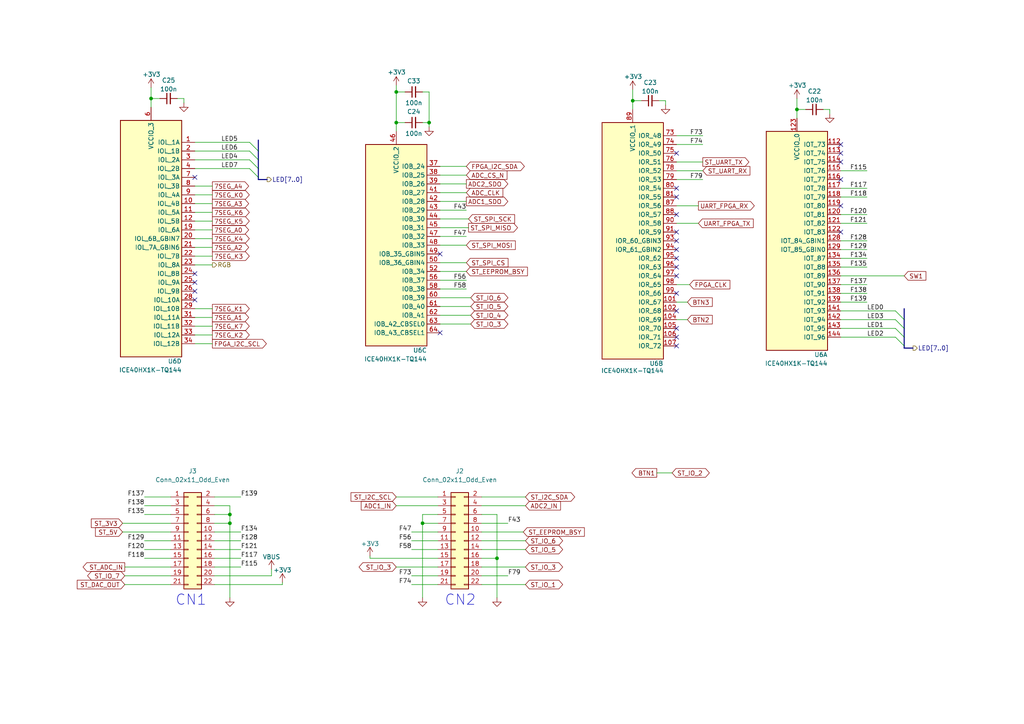
<source format=kicad_sch>
(kicad_sch (version 20230121) (generator eeschema)
  (paper "A4")
  (lib_symbols
    (symbol "+3V3_1" (power) (pin_names (offset 0))
      (property "Value" "+3V3_1" (at 0 3.556 0))
      (symbol "+3V3_1_0_1"
        (polyline (pts (xy -0.762 1.27) (xy 0 2.54)))
        (polyline (pts (xy 0 0) (xy 0 2.54)))
        (polyline (pts (xy 0 2.54) (xy 0.762 1.27)))
      )
      (symbol "+3V3_1_1_1"
        (pin power_in line (at 0 0 90) (length 0) hide (name "+3V3") (number "1"))
      )
    )
    (symbol "Connector_Generic:Conn_02x11_Odd_Even" (pin_names (offset 1.016) hide)
      (property "Reference" "J" (at 1.27 15.24 0))
      (property "Value" "Conn_02x11_Odd_Even" (at 1.27 -15.24 0))
      (symbol "Conn_02x11_Odd_Even_1_1"
        (rectangle (start -1.27 -12.573) (end 0 -12.827) (stroke (width 0.1524)))
        (rectangle (start -1.27 -10.033) (end 0 -10.287) (stroke (width 0.1524)))
        (rectangle (start -1.27 -7.493) (end 0 -7.747) (stroke (width 0.1524)))
        (rectangle (start -1.27 -4.953) (end 0 -5.207) (stroke (width 0.1524)))
        (rectangle (start -1.27 -2.413) (end 0 -2.667) (stroke (width 0.1524)))
        (rectangle (start -1.27 0.127) (end 0 -0.127) (stroke (width 0.1524)))
        (rectangle (start -1.27 2.667) (end 0 2.413) (stroke (width 0.1524)))
        (rectangle (start -1.27 5.207) (end 0 4.953) (stroke (width 0.1524)))
        (rectangle (start -1.27 7.747) (end 0 7.493) (stroke (width 0.1524)))
        (rectangle (start -1.27 10.287) (end 0 10.033) (stroke (width 0.1524)))
        (rectangle (start -1.27 12.827) (end 0 12.573) (stroke (width 0.1524)))
        (rectangle (start -1.27 13.97) (end 3.81 -13.97) (stroke (width 0.254)) (fill (type background)))
        (rectangle (start 3.81 -12.573) (end 2.54 -12.827) (stroke (width 0.1524)))
        (rectangle (start 3.81 -10.033) (end 2.54 -10.287) (stroke (width 0.1524)))
        (rectangle (start 3.81 -7.493) (end 2.54 -7.747) (stroke (width 0.1524)))
        (rectangle (start 3.81 -4.953) (end 2.54 -5.207) (stroke (width 0.1524)))
        (rectangle (start 3.81 -2.413) (end 2.54 -2.667) (stroke (width 0.1524)))
        (rectangle (start 3.81 0.127) (end 2.54 -0.127) (stroke (width 0.1524)))
        (rectangle (start 3.81 2.667) (end 2.54 2.413) (stroke (width 0.1524)))
        (rectangle (start 3.81 5.207) (end 2.54 4.953) (stroke (width 0.1524)))
        (rectangle (start 3.81 7.747) (end 2.54 7.493) (stroke (width 0.1524)))
        (rectangle (start 3.81 10.287) (end 2.54 10.033) (stroke (width 0.1524)))
        (rectangle (start 3.81 12.827) (end 2.54 12.573) (stroke (width 0.1524)))
        (pin passive line (at -5.08 12.7 0) (length 3.81) (name "Pin_1") (number "1"))
        (pin passive line (at 7.62 2.54 180) (length 3.81) (name "Pin_10") (number "10"))
        (pin passive line (at -5.08 0 0) (length 3.81) (name "Pin_11") (number "11"))
        (pin passive line (at 7.62 0 180) (length 3.81) (name "Pin_12") (number "12"))
        (pin passive line (at -5.08 -2.54 0) (length 3.81) (name "Pin_13") (number "13"))
        (pin passive line (at 7.62 -2.54 180) (length 3.81) (name "Pin_14") (number "14"))
        (pin passive line (at -5.08 -5.08 0) (length 3.81) (name "Pin_15") (number "15"))
        (pin passive line (at 7.62 -5.08 180) (length 3.81) (name "Pin_16") (number "16"))
        (pin passive line (at -5.08 -7.62 0) (length 3.81) (name "Pin_17") (number "17"))
        (pin passive line (at 7.62 -7.62 180) (length 3.81) (name "Pin_18") (number "18"))
        (pin passive line (at -5.08 -10.16 0) (length 3.81) (name "Pin_19") (number "19"))
        (pin passive line (at 7.62 12.7 180) (length 3.81) (name "Pin_2") (number "2"))
        (pin passive line (at 7.62 -10.16 180) (length 3.81) (name "Pin_20") (number "20"))
        (pin passive line (at -5.08 -12.7 0) (length 3.81) (name "Pin_21") (number "21"))
        (pin passive line (at 7.62 -12.7 180) (length 3.81) (name "Pin_22") (number "22"))
        (pin passive line (at -5.08 10.16 0) (length 3.81) (name "Pin_3") (number "3"))
        (pin passive line (at 7.62 10.16 180) (length 3.81) (name "Pin_4") (number "4"))
        (pin passive line (at -5.08 7.62 0) (length 3.81) (name "Pin_5") (number "5"))
        (pin passive line (at 7.62 7.62 180) (length 3.81) (name "Pin_6") (number "6"))
        (pin passive line (at -5.08 5.08 0) (length 3.81) (name "Pin_7") (number "7"))
        (pin passive line (at 7.62 5.08 180) (length 3.81) (name "Pin_8") (number "8"))
        (pin passive line (at -5.08 2.54 0) (length 3.81) (name "Pin_9") (number "9"))
      )
    )
    (symbol "Device:C_Small" (pin_numbers hide) (pin_names (offset 0.254) hide)
      (property "Reference" "C" (at 0.254 1.778 0))
      (property "Value" "C_Small" (at 0.254 -2.032 0))
      (symbol "C_Small_0_1"
        (polyline (pts (xy -1.524 -0.508) (xy 1.524 -0.508)) (stroke (width 0.3302)))
        (polyline (pts (xy -1.524 0.508) (xy 1.524 0.508)) (stroke (width 0.3048)))
      )
      (symbol "C_Small_1_1"
        (pin passive line (at 0 2.54 270) (length 2.032) (name "~") (number "1"))
        (pin passive line (at 0 -2.54 90) (length 2.032) (name "~") (number "2"))
      )
    )
    (symbol "gueg_lib:ICE40HX1K-TQ144"
      (property "Reference" "U?" (at 21.2521 3.4584 0))
      (property "Value" "ICE40HX1K-TQ144" (at 21.2521 0.9215 0))
      (symbol "ICE40HX1K-TQ144_1_1"
        (rectangle (start -8.89 31.75) (end 8.89 -31.75) (stroke (width 0.254)) (fill (type background)))
        (pin bidirectional line (at -12.7 27.94 0) (length 3.81) (name "IOT_73") (number "112"))
        (pin bidirectional line (at -12.7 25.4 0) (length 3.81) (name "IOT_74") (number "113"))
        (pin bidirectional line (at -12.7 22.86 0) (length 3.81) (name "IOT_75") (number "114"))
        (pin bidirectional line (at -12.7 20.32 0) (length 3.81) (name "IOT_76") (number "115"))
        (pin bidirectional line (at -12.7 17.78 0) (length 3.81) (name "IOT_77") (number "116"))
        (pin bidirectional line (at -12.7 15.24 0) (length 3.81) (name "IOT_78") (number "117"))
        (pin bidirectional line (at -12.7 12.7 0) (length 3.81) (name "IOT_79") (number "118"))
        (pin bidirectional line (at -12.7 10.16 0) (length 3.81) (name "IOT_80") (number "119"))
        (pin bidirectional line (at -12.7 7.62 0) (length 3.81) (name "IOT_81") (number "120"))
        (pin bidirectional line (at -12.7 5.08 0) (length 3.81) (name "IOT_82") (number "121"))
        (pin bidirectional line (at -12.7 2.54 0) (length 3.81) (name "IOT_83") (number "122"))
        (pin power_in line (at 0 35.56 270) (length 3.81) (name "VCCIO_0") (number "123"))
        (pin bidirectional line (at -12.7 0 0) (length 3.81) (name "IOT_84_GBIN1") (number "128"))
        (pin bidirectional line (at -12.7 -2.54 0) (length 3.81) (name "IOT_85_GBIN0") (number "129"))
        (pin passive line (at 0 35.56 270) (length 3.81) hide (name "VCCIO_0") (number "133"))
        (pin bidirectional line (at -12.7 -5.08 0) (length 3.81) (name "IOT_87") (number "134"))
        (pin bidirectional line (at -12.7 -7.62 0) (length 3.81) (name "IOT_88") (number "135"))
        (pin bidirectional line (at -12.7 -10.16 0) (length 3.81) (name "IOT_89") (number "136"))
        (pin bidirectional line (at -12.7 -12.7 0) (length 3.81) (name "IOT_90") (number "137"))
        (pin bidirectional line (at -12.7 -15.24 0) (length 3.81) (name "IOT_91") (number "138"))
        (pin bidirectional line (at -12.7 -17.78 0) (length 3.81) (name "IOT_92") (number "139"))
        (pin bidirectional line (at -12.7 -20.32 0) (length 3.81) (name "IOT_93") (number "141"))
        (pin bidirectional line (at -12.7 -22.86 0) (length 3.81) (name "IOT_94") (number "142"))
        (pin bidirectional line (at -12.7 -25.4 0) (length 3.81) (name "IOT_95") (number "143"))
        (pin bidirectional line (at -12.7 -27.94 0) (length 3.81) (name "IOT_96") (number "144"))
        (pin no_connect line (at 7.62 10.16 180) (length 3.81) hide (name "NC") (number "15"))
        (pin no_connect line (at 7.62 7.62 180) (length 3.81) hide (name "NC") (number "16"))
        (pin no_connect line (at 7.62 5.08 180) (length 3.81) hide (name "NC") (number "17"))
        (pin no_connect line (at 7.62 -7.62 180) (length 3.81) hide (name "NC") (number "18"))
        (pin no_connect line (at 7.62 -10.16 180) (length 3.81) hide (name "NC") (number "77"))
      )
      (symbol "ICE40HX1K-TQ144_2_1"
        (rectangle (start -8.89 34.29) (end 8.89 -34.29) (stroke (width 0.254)) (fill (type background)))
        (pin passive line (at 0 38.1 270) (length 3.81) hide (name "VCCIO_1") (number "100"))
        (pin bidirectional line (at -12.7 -17.78 0) (length 3.81) (name "IOR_67") (number "101"))
        (pin bidirectional line (at -12.7 -20.32 0) (length 3.81) (name "IOR_68") (number "102"))
        (pin bidirectional line (at -12.7 -22.86 0) (length 3.81) (name "IOR_69") (number "104"))
        (pin bidirectional line (at -12.7 -25.4 0) (length 3.81) (name "IOR_70") (number "105"))
        (pin bidirectional line (at -12.7 -27.94 0) (length 3.81) (name "IOR_71") (number "106"))
        (pin bidirectional line (at -12.7 -30.48 0) (length 3.81) (name "IOR_72") (number "107"))
        (pin no_connect line (at 7.62 10.16 180) (length 3.81) hide (name "NC") (number "40"))
        (pin no_connect line (at 7.62 7.62 180) (length 3.81) hide (name "NC") (number "53"))
        (pin no_connect line (at 7.62 5.08 180) (length 3.81) hide (name "NC") (number "54"))
        (pin no_connect line (at 7.62 -7.62 180) (length 3.81) hide (name "NC") (number "55"))
        (pin bidirectional line (at -12.7 30.48 0) (length 3.81) (name "IOR_48") (number "73"))
        (pin bidirectional line (at -12.7 27.94 0) (length 3.81) (name "IOR_49") (number "74"))
        (pin bidirectional line (at -12.7 25.4 0) (length 3.81) (name "IOR_50") (number "75"))
        (pin bidirectional line (at -12.7 22.86 0) (length 3.81) (name "IOR_51") (number "76"))
        (pin bidirectional line (at -12.7 20.32 0) (length 3.81) (name "IOR_52") (number "78"))
        (pin bidirectional line (at -12.7 17.78 0) (length 3.81) (name "IOR_53") (number "79"))
        (pin bidirectional line (at -12.7 15.24 0) (length 3.81) (name "IOR_54") (number "80"))
        (pin bidirectional line (at -12.7 12.7 0) (length 3.81) (name "IOR_55") (number "81"))
        (pin no_connect line (at 7.62 -10.16 180) (length 3.81) hide (name "NC") (number "82"))
        (pin bidirectional line (at -12.7 10.16 0) (length 3.81) (name "IOR_56") (number "87"))
        (pin bidirectional line (at -12.7 7.62 0) (length 3.81) (name "IOR_57") (number "88"))
        (pin power_in line (at 0 38.1 270) (length 3.81) (name "VCCIO_1") (number "89"))
        (pin bidirectional line (at -12.7 5.08 0) (length 3.81) (name "IOR_58") (number "90"))
        (pin bidirectional line (at -12.7 2.54 0) (length 3.81) (name "IOR_59") (number "91"))
        (pin bidirectional line (at -12.7 0 0) (length 3.81) (name "IOR_60_GBIN3") (number "93"))
        (pin bidirectional line (at -12.7 -2.54 0) (length 3.81) (name "IOR_61_GBIN2") (number "94"))
        (pin bidirectional line (at -12.7 -5.08 0) (length 3.81) (name "IOR_62") (number "95"))
        (pin bidirectional line (at -12.7 -7.62 0) (length 3.81) (name "IOR_63") (number "96"))
        (pin bidirectional line (at -12.7 -10.16 0) (length 3.81) (name "IOR_64") (number "97"))
        (pin bidirectional line (at -12.7 -12.7 0) (length 3.81) (name "IOR_65") (number "98"))
        (pin bidirectional line (at -12.7 -15.24 0) (length 3.81) (name "IOR_66") (number "99"))
      )
      (symbol "ICE40HX1K-TQ144_3_1"
        (rectangle (start -8.89 29.21) (end 8.89 -29.21) (stroke (width 0.254)) (fill (type background)))
        (pin no_connect line (at 7.62 -10.16 180) (length 3.81) hide (name "NC") (number "110"))
        (pin no_connect line (at 7.62 -17.78 180) (length 3.81) hide (name "NC") (number "124"))
        (pin bidirectional line (at -12.7 22.86 0) (length 3.81) (name "IOB_24") (number "37"))
        (pin bidirectional line (at -12.7 20.32 0) (length 3.81) (name "IOB_25") (number "38"))
        (pin bidirectional line (at -12.7 17.78 0) (length 3.81) (name "IOB_26") (number "39"))
        (pin bidirectional line (at -12.7 15.24 0) (length 3.81) (name "IOB_27") (number "41"))
        (pin bidirectional line (at -12.7 12.7 0) (length 3.81) (name "IOB_28") (number "42"))
        (pin bidirectional line (at -12.7 10.16 0) (length 3.81) (name "IOB_29") (number "43"))
        (pin bidirectional line (at -12.7 7.62 0) (length 3.81) (name "IOB_30") (number "44"))
        (pin bidirectional line (at -12.7 5.08 0) (length 3.81) (name "IOB_31") (number "45"))
        (pin power_in line (at 0 33.02 270) (length 3.81) (name "VCCIO_2") (number "46"))
        (pin bidirectional line (at -12.7 2.54 0) (length 3.81) (name "IOB_32") (number "47"))
        (pin bidirectional line (at -12.7 0 0) (length 3.81) (name "IOB_33") (number "48"))
        (pin bidirectional line (at -12.7 -2.54 0) (length 3.81) (name "IOB_35_GBIN5") (number "49"))
        (pin bidirectional line (at -12.7 -5.08 0) (length 3.81) (name "IOB_36_GBIN4") (number "50"))
        (pin bidirectional line (at -12.7 -7.62 0) (length 3.81) (name "IOB_34") (number "52"))
        (pin bidirectional line (at -12.7 -10.16 0) (length 3.81) (name "IOB_37") (number "56"))
        (pin passive line (at 0 33.02 270) (length 3.81) hide (name "VCCIO_2") (number "57"))
        (pin bidirectional line (at -12.7 -12.7 0) (length 3.81) (name "IOB_38") (number "58"))
        (pin bidirectional line (at -12.7 -15.24 0) (length 3.81) (name "IOB_39") (number "60"))
        (pin bidirectional line (at -12.7 -17.78 0) (length 3.81) (name "IOB_40") (number "61"))
        (pin bidirectional line (at -12.7 -20.32 0) (length 3.81) (name "IOB_41") (number "62"))
        (pin bidirectional line (at -12.7 -22.86 0) (length 3.81) (name "IOB_42_CBSEL0") (number "63"))
        (pin bidirectional line (at -12.7 -25.4 0) (length 3.81) (name "IOB_43_CBSEL1") (number "64"))
        (pin no_connect line (at 7.62 10.16 180) (length 3.81) hide (name "NC") (number "83"))
        (pin no_connect line (at 7.62 7.62 180) (length 3.81) hide (name "NC") (number "84"))
        (pin no_connect line (at 7.62 -12.7 180) (length 3.81) hide (name "NC") (number "85"))
      )
      (symbol "ICE40HX1K-TQ144_4_1"
        (rectangle (start -8.89 34.29) (end 8.89 -34.29) (stroke (width 0.254)) (fill (type background)))
        (pin bidirectional line (at -12.7 27.94 0) (length 3.81) (name "IOL_1A") (number "1"))
        (pin bidirectional line (at -12.7 10.16 0) (length 3.81) (name "IOL_4B") (number "10"))
        (pin bidirectional line (at -12.7 7.62 0) (length 3.81) (name "IOL_5A") (number "11"))
        (pin bidirectional line (at -12.7 5.08 0) (length 3.81) (name "IOL_5B") (number "12"))
        (pin no_connect line (at 7.62 10.16 180) (length 3.81) hide (name "NC") (number "125"))
        (pin no_connect line (at 7.62 7.62 180) (length 3.81) hide (name "NC") (number "126"))
        (pin no_connect line (at 7.62 5.08 180) (length 3.81) hide (name "NC") (number "127"))
        (pin no_connect line (at 7.62 -7.62 180) (length 3.81) hide (name "NC") (number "130"))
        (pin no_connect line (at 7.62 -10.16 180) (length 3.81) hide (name "NC") (number "131"))
        (pin bidirectional line (at -12.7 2.54 0) (length 3.81) (name "IOL_6A") (number "19"))
        (pin bidirectional line (at -12.7 25.4 0) (length 3.81) (name "IOL_1B") (number "2"))
        (pin bidirectional line (at -12.7 0 0) (length 3.81) (name "IOL_6B_GBIN7") (number "20"))
        (pin bidirectional line (at -12.7 -2.54 0) (length 3.81) (name "IOL_7A_GBIN6") (number "21"))
        (pin bidirectional line (at -12.7 -5.08 0) (length 3.81) (name "IOL_7B") (number "22"))
        (pin bidirectional line (at -12.7 -7.62 0) (length 3.81) (name "IOL_8A") (number "23"))
        (pin bidirectional line (at -12.7 -10.16 0) (length 3.81) (name "IOL_8B") (number "24"))
        (pin bidirectional line (at -12.7 -12.7 0) (length 3.81) (name "IOL_9A") (number "25"))
        (pin bidirectional line (at -12.7 -15.24 0) (length 3.81) (name "IOL_9B") (number "26"))
        (pin bidirectional line (at -12.7 -17.78 0) (length 3.81) (name "IOL_10A") (number "28"))
        (pin bidirectional line (at -12.7 -20.32 0) (length 3.81) (name "IOL_10B") (number "29"))
        (pin bidirectional line (at -12.7 22.86 0) (length 3.81) (name "IOL_2A") (number "3"))
        (pin passive line (at 0 38.1 270) (length 3.81) hide (name "VCCIO_3") (number "30"))
        (pin bidirectional line (at -12.7 -22.86 0) (length 3.81) (name "IOL_11A") (number "31"))
        (pin bidirectional line (at -12.7 -25.4 0) (length 3.81) (name "IOL_11B") (number "32"))
        (pin bidirectional line (at -12.7 -27.94 0) (length 3.81) (name "IOL_12A") (number "33"))
        (pin bidirectional line (at -12.7 -30.48 0) (length 3.81) (name "IOL_12B") (number "34"))
        (pin bidirectional line (at -12.7 20.32 0) (length 3.81) (name "IOL_2B") (number "4"))
        (pin power_in line (at 0 38.1 270) (length 3.81) (name "VCCIO_3") (number "6"))
        (pin bidirectional line (at -12.7 17.78 0) (length 3.81) (name "IOL_3A") (number "7"))
        (pin bidirectional line (at -12.7 15.24 0) (length 3.81) (name "IOL_3B") (number "8"))
        (pin bidirectional line (at -12.7 12.7 0) (length 3.81) (name "IOL_4A") (number "9"))
      )
      (symbol "ICE40HX1K-TQ144_5_1"
        (rectangle (start -11.43 13.97) (end 11.43 -6.35) (stroke (width 0.254)) (fill (type background)))
        (pin passive line (at -3.81 -10.16 90) (length 3.81) hide (name "GND") (number "103"))
        (pin power_in line (at 2.54 17.78 270) (length 3.81) (name "VPP_2V5") (number "108"))
        (pin power_in line (at -2.54 17.78 270) (length 3.81) (name "VPP_FAST") (number "109"))
        (pin passive line (at 0 17.78 270) (length 3.81) hide (name "VCC") (number "111"))
        (pin passive line (at -3.81 -10.16 90) (length 3.81) hide (name "GND") (number "13"))
        (pin passive line (at -3.81 -10.16 90) (length 3.81) hide (name "GND") (number "132"))
        (pin passive line (at -3.81 -10.16 90) (length 3.81) hide (name "GND") (number "14"))
        (pin passive line (at -3.81 -10.16 90) (length 3.81) hide (name "GND") (number "140"))
        (pin power_in line (at 0 17.78 270) (length 3.81) (name "VCC") (number "27"))
        (pin power_in line (at 3.81 -10.16 90) (length 3.81) (name "GNDPLL") (number "35"))
        (pin power_in line (at 7.62 17.78 270) (length 3.81) (name "VCCPLL") (number "36"))
        (pin power_in line (at -3.81 -10.16 90) (length 3.81) (name "GND") (number "5"))
        (pin passive line (at 0 17.78 270) (length 3.81) hide (name "VCC") (number "51"))
        (pin passive line (at -3.81 -10.16 90) (length 3.81) hide (name "GND") (number "59"))
        (pin passive line (at -3.81 -10.16 90) (length 3.81) hide (name "GND") (number "69"))
        (pin power_in line (at -7.62 17.78 270) (length 3.81) (name "VCC_SPI") (number "72"))
        (pin passive line (at -3.81 -10.16 90) (length 3.81) hide (name "GND") (number "86"))
        (pin passive line (at 0 17.78 270) (length 3.81) hide (name "VCC") (number "92"))
      )
      (symbol "ICE40HX1K-TQ144_6_1"
        (rectangle (start -11.43 10.16) (end 11.43 -10.16) (stroke (width 0.254)) (fill (type background)))
        (pin open_collector line (at 15.24 3.81 180) (length 3.81) (name "CDONE") (number "65"))
        (pin input line (at -15.24 -6.35 0) (length 3.81) (name "~{CRESET_B}") (number "66"))
        (pin bidirectional line (at -15.24 6.35 0) (length 3.81) (name "IOB_44_SDO") (number "67"))
        (pin bidirectional line (at -15.24 3.81 0) (length 3.81) (name "IOB_45_SDI") (number "68"))
        (pin bidirectional line (at -15.24 1.27 0) (length 3.81) (name "IOB_46_SCK") (number "70"))
        (pin bidirectional line (at -15.24 -1.27 0) (length 3.81) (name "IOB_47_SS") (number "71"))
      )
    )
    (symbol "power:+3V3" (power) (pin_names (offset 0))
      (property "Value" "+3V3" (at 0 3.556 0))
      (symbol "+3V3_0_1"
        (polyline (pts (xy -0.762 1.27) (xy 0 2.54)))
        (polyline (pts (xy 0 0) (xy 0 2.54)))
        (polyline (pts (xy 0 2.54) (xy 0.762 1.27)))
      )
      (symbol "+3V3_1_1"
        (pin power_in line (at 0 0 90) (length 0) hide (name "+3V3") (number "1"))
      )
    )
    (symbol "power:GND" (power) (pin_names (offset 0))
      (property "Value" "GND" (at 0 -3.81 0))
      (symbol "GND_0_1"
        (polyline (pts (xy 0 0) (xy 0 -1.27) (xy 1.27 -1.27) (xy 0 -2.54) (xy -1.27 -1.27) (xy 0 -1.27)))
      )
      (symbol "GND_1_1"
        (pin power_in line (at 0 0 270) (length 0) hide (name "GND") (number "1"))
      )
    )
    (symbol "power:VBUS" (power) (pin_names (offset 0))
      (property "Value" "VBUS" (at 0 3.81 0))
      (symbol "VBUS_0_1"
        (polyline (pts (xy -0.762 1.27) (xy 0 2.54)))
        (polyline (pts (xy 0 0) (xy 0 2.54)))
        (polyline (pts (xy 0 2.54) (xy 0.762 1.27)))
      )
      (symbol "VBUS_1_1"
        (pin power_in line (at 0 0 90) (length 0) hide (name "VBUS") (number "1"))
      )
    )
  )
  (junction (at 66.675 151.765))
  (junction (at 124.46 35.56))
  (junction (at 114.935 35.56))
  (junction (at 66.675 149.225))
  (junction (at 231.14 31.75))
  (junction (at 122.555 151.765))
  (junction (at 43.815 28.575))
  (junction (at 144.145 161.925))
  (junction (at 183.515 29.21))
  (junction (at 114.935 26.67))
  (no_connect (at 196.215 67.31))
  (no_connect (at 196.215 100.33))
  (no_connect (at 243.84 41.91))
  (no_connect (at 127.635 96.52))
  (no_connect (at 196.215 85.09))
  (no_connect (at 56.515 84.455))
  (no_connect (at 243.84 67.31))
  (no_connect (at 196.215 54.61))
  (no_connect (at 243.84 59.69))
  (no_connect (at 56.515 79.375))
  (no_connect (at 243.84 44.45))
  (no_connect (at 196.215 62.23))
  (no_connect (at 196.215 77.47))
  (no_connect (at 56.515 51.435))
  (no_connect (at 243.84 52.07))
  (no_connect (at 196.215 57.15))
  (no_connect (at 196.215 44.45))
  (no_connect (at 196.215 74.93))
  (no_connect (at 196.215 90.17))
  (no_connect (at 196.215 69.85))
  (no_connect (at 196.215 80.01))
  (no_connect (at 243.84 46.99))
  (no_connect (at 196.215 97.79))
  (no_connect (at 56.515 86.995))
  (no_connect (at 196.215 72.39))
  (no_connect (at 196.215 95.25))
  (no_connect (at 127.635 73.66))
  (no_connect (at 56.515 81.915))
  (bus_entry (at 72.39 46.355) (size 2.54 2.54))
  (bus_entry (at 72.39 41.275) (size 2.54 2.54))
  (bus_entry (at 72.39 48.895) (size 2.54 2.54))
  (bus_entry (at 259.715 95.25) (size 2.54 2.54))
  (bus_entry (at 72.39 43.815) (size 2.54 2.54))
  (bus_entry (at 259.715 90.17) (size 2.54 2.54))
  (bus_entry (at 259.715 92.71) (size 2.54 2.54))
  (bus_entry (at 259.715 97.79) (size 2.54 2.54))
  (wire (pts (xy 203.835 52.07) (xy 196.215 52.07)))
  (wire (pts (xy 114.935 35.56) (xy 117.475 35.56)))
  (wire (pts (xy 107.315 161.29) (xy 107.315 161.925)))
  (wire (pts (xy 127.635 71.12) (xy 135.255 71.12)))
  (wire (pts (xy 183.515 29.21) (xy 183.515 31.75)))
  (wire (pts (xy 203.835 41.91) (xy 196.215 41.91)))
  (wire (pts (xy 147.32 167.005) (xy 139.7 167.005)))
  (wire (pts (xy 41.91 149.225) (xy 49.53 149.225)))
  (bus (pts (xy 262.255 100.33) (xy 262.255 100.965)))
  (wire (pts (xy 56.515 76.835) (xy 61.595 76.835)))
  (wire (pts (xy 127.635 68.58) (xy 135.255 68.58)))
  (wire (pts (xy 183.515 26.035) (xy 183.515 29.21)))
  (wire (pts (xy 124.46 36.83) (xy 124.46 35.56)))
  (wire (pts (xy 122.555 151.765) (xy 122.555 173.355)))
  (wire (pts (xy 35.56 151.765) (xy 49.53 151.765)))
  (wire (pts (xy 243.84 95.25) (xy 259.715 95.25)))
  (wire (pts (xy 243.84 49.53) (xy 251.46 49.53)))
  (wire (pts (xy 240.665 33.02) (xy 240.665 31.75)))
  (wire (pts (xy 66.675 146.685) (xy 66.675 149.225)))
  (bus (pts (xy 77.47 52.07) (xy 74.93 52.07)))
  (bus (pts (xy 74.93 51.435) (xy 74.93 52.07)))
  (wire (pts (xy 231.14 28.575) (xy 231.14 31.75)))
  (wire (pts (xy 56.515 43.815) (xy 72.39 43.815)))
  (wire (pts (xy 114.935 35.56) (xy 114.935 38.1)))
  (wire (pts (xy 62.23 151.765) (xy 66.675 151.765)))
  (bus (pts (xy 264.795 100.965) (xy 262.255 100.965)))
  (bus (pts (xy 74.93 43.815) (xy 74.93 46.355)))
  (wire (pts (xy 122.555 26.67) (xy 124.46 26.67)))
  (wire (pts (xy 62.23 169.545) (xy 81.915 169.545)))
  (wire (pts (xy 119.38 169.545) (xy 127 169.545)))
  (wire (pts (xy 152.4 156.845) (xy 139.7 156.845)))
  (wire (pts (xy 41.91 144.145) (xy 49.53 144.145)))
  (wire (pts (xy 144.145 149.225) (xy 139.7 149.225)))
  (wire (pts (xy 127.635 58.42) (xy 135.255 58.42)))
  (wire (pts (xy 124.46 26.67) (xy 124.46 35.56)))
  (wire (pts (xy 56.515 64.135) (xy 61.595 64.135)))
  (wire (pts (xy 243.84 77.47) (xy 251.46 77.47)))
  (wire (pts (xy 124.46 35.56) (xy 122.555 35.56)))
  (wire (pts (xy 53.34 29.845) (xy 53.34 28.575)))
  (wire (pts (xy 56.515 66.675) (xy 61.595 66.675)))
  (wire (pts (xy 139.7 154.305) (xy 151.765 154.305)))
  (wire (pts (xy 152.4 169.545) (xy 139.7 169.545)))
  (wire (pts (xy 136.525 86.36) (xy 127.635 86.36)))
  (wire (pts (xy 56.515 94.615) (xy 61.595 94.615)))
  (wire (pts (xy 196.215 87.63) (xy 199.39 87.63)))
  (wire (pts (xy 127.635 66.04) (xy 135.89 66.04)))
  (wire (pts (xy 69.85 164.465) (xy 62.23 164.465)))
  (bus (pts (xy 262.255 95.25) (xy 262.255 97.79)))
  (wire (pts (xy 127.635 63.5) (xy 135.89 63.5)))
  (wire (pts (xy 56.515 92.075) (xy 61.595 92.075)))
  (wire (pts (xy 56.515 59.055) (xy 61.595 59.055)))
  (wire (pts (xy 193.04 29.21) (xy 191.135 29.21)))
  (wire (pts (xy 43.815 28.575) (xy 43.815 31.115)))
  (bus (pts (xy 74.93 48.895) (xy 74.93 51.435)))
  (wire (pts (xy 119.38 159.385) (xy 127 159.385)))
  (wire (pts (xy 36.195 169.545) (xy 49.53 169.545)))
  (wire (pts (xy 56.515 74.295) (xy 61.595 74.295)))
  (wire (pts (xy 243.84 69.85) (xy 251.46 69.85)))
  (wire (pts (xy 193.04 30.48) (xy 193.04 29.21)))
  (wire (pts (xy 69.85 156.845) (xy 62.23 156.845)))
  (wire (pts (xy 119.38 154.305) (xy 127 154.305)))
  (wire (pts (xy 196.215 46.99) (xy 203.835 46.99)))
  (wire (pts (xy 69.85 161.925) (xy 62.23 161.925)))
  (wire (pts (xy 56.515 89.535) (xy 61.595 89.535)))
  (wire (pts (xy 127.635 78.74) (xy 135.255 78.74)))
  (wire (pts (xy 56.515 97.155) (xy 61.595 97.155)))
  (wire (pts (xy 122.555 151.765) (xy 127 151.765)))
  (wire (pts (xy 69.85 159.385) (xy 62.23 159.385)))
  (wire (pts (xy 190.5 137.16) (xy 194.945 137.16)))
  (bus (pts (xy 74.93 46.355) (xy 74.93 48.895)))
  (wire (pts (xy 41.91 146.685) (xy 49.53 146.685)))
  (wire (pts (xy 240.665 31.75) (xy 238.76 31.75)))
  (wire (pts (xy 69.85 144.145) (xy 62.23 144.145)))
  (wire (pts (xy 69.85 154.305) (xy 62.23 154.305)))
  (wire (pts (xy 122.555 149.225) (xy 127 149.225)))
  (wire (pts (xy 127.635 76.2) (xy 135.255 76.2)))
  (wire (pts (xy 62.23 167.005) (xy 78.74 167.005)))
  (wire (pts (xy 127.635 48.26) (xy 135.255 48.26)))
  (wire (pts (xy 56.515 48.895) (xy 72.39 48.895)))
  (wire (pts (xy 114.935 26.67) (xy 117.475 26.67)))
  (wire (pts (xy 114.935 26.67) (xy 114.935 35.56)))
  (wire (pts (xy 147.32 151.765) (xy 139.7 151.765)))
  (wire (pts (xy 127.635 55.88) (xy 135.255 55.88)))
  (wire (pts (xy 135.255 60.96) (xy 127.635 60.96)))
  (bus (pts (xy 74.93 40.64) (xy 74.93 43.815)))
  (wire (pts (xy 66.675 151.765) (xy 66.675 173.355)))
  (wire (pts (xy 43.815 28.575) (xy 46.355 28.575)))
  (bus (pts (xy 262.255 92.71) (xy 262.255 95.25)))
  (wire (pts (xy 136.525 93.98) (xy 127.635 93.98)))
  (wire (pts (xy 36.195 167.005) (xy 49.53 167.005)))
  (wire (pts (xy 196.215 49.53) (xy 203.835 49.53)))
  (wire (pts (xy 56.515 46.355) (xy 72.39 46.355)))
  (wire (pts (xy 203.835 39.37) (xy 196.215 39.37)))
  (wire (pts (xy 56.515 69.215) (xy 61.595 69.215)))
  (wire (pts (xy 56.515 41.275) (xy 72.39 41.275)))
  (wire (pts (xy 41.91 161.925) (xy 49.53 161.925)))
  (wire (pts (xy 35.56 154.305) (xy 49.53 154.305)))
  (wire (pts (xy 114.935 24.765) (xy 114.935 26.67)))
  (wire (pts (xy 114.935 164.465) (xy 127 164.465)))
  (wire (pts (xy 152.4 159.385) (xy 139.7 159.385)))
  (wire (pts (xy 139.7 161.925) (xy 144.145 161.925)))
  (wire (pts (xy 119.38 167.005) (xy 127 167.005)))
  (wire (pts (xy 231.14 31.75) (xy 231.14 34.29)))
  (wire (pts (xy 119.38 156.845) (xy 127 156.845)))
  (wire (pts (xy 127.635 50.8) (xy 135.255 50.8)))
  (wire (pts (xy 36.195 164.465) (xy 49.53 164.465)))
  (wire (pts (xy 231.14 31.75) (xy 233.68 31.75)))
  (wire (pts (xy 122.555 151.765) (xy 122.555 149.225)))
  (wire (pts (xy 62.23 146.685) (xy 66.675 146.685)))
  (wire (pts (xy 183.515 29.21) (xy 186.055 29.21)))
  (wire (pts (xy 243.84 57.15) (xy 251.46 57.15)))
  (wire (pts (xy 81.915 169.545) (xy 81.915 168.91)))
  (wire (pts (xy 56.515 61.595) (xy 61.595 61.595)))
  (wire (pts (xy 144.145 173.355) (xy 144.145 161.925)))
  (wire (pts (xy 56.515 53.975) (xy 61.595 53.975)))
  (wire (pts (xy 243.84 97.79) (xy 259.715 97.79)))
  (wire (pts (xy 243.84 87.63) (xy 251.46 87.63)))
  (wire (pts (xy 135.255 83.82) (xy 127.635 83.82)))
  (bus (pts (xy 262.255 97.79) (xy 262.255 100.33)))
  (wire (pts (xy 135.255 81.28) (xy 127.635 81.28)))
  (wire (pts (xy 243.84 62.23) (xy 251.46 62.23)))
  (wire (pts (xy 62.23 149.225) (xy 66.675 149.225)))
  (wire (pts (xy 196.215 92.71) (xy 199.39 92.71)))
  (wire (pts (xy 144.145 161.925) (xy 144.145 149.225)))
  (wire (pts (xy 66.675 149.225) (xy 66.675 151.765)))
  (wire (pts (xy 243.84 92.71) (xy 259.715 92.71)))
  (wire (pts (xy 243.84 74.93) (xy 251.46 74.93)))
  (wire (pts (xy 139.7 144.145) (xy 152.4 144.145)))
  (wire (pts (xy 56.515 99.695) (xy 61.595 99.695)))
  (wire (pts (xy 251.46 82.55) (xy 243.84 82.55)))
  (wire (pts (xy 56.515 56.515) (xy 61.595 56.515)))
  (wire (pts (xy 243.84 85.09) (xy 251.46 85.09)))
  (wire (pts (xy 136.525 88.9) (xy 127.635 88.9)))
  (wire (pts (xy 243.84 90.17) (xy 259.715 90.17)))
  (wire (pts (xy 152.4 146.685) (xy 139.7 146.685)))
  (wire (pts (xy 114.935 146.685) (xy 127 146.685)))
  (wire (pts (xy 41.91 156.845) (xy 49.53 156.845)))
  (wire (pts (xy 43.815 25.4) (xy 43.815 28.575)))
  (wire (pts (xy 196.215 59.69) (xy 202.565 59.69)))
  (wire (pts (xy 127.635 53.34) (xy 135.255 53.34)))
  (wire (pts (xy 243.84 72.39) (xy 251.46 72.39)))
  (wire (pts (xy 243.84 64.77) (xy 251.46 64.77)))
  (wire (pts (xy 243.84 80.01) (xy 262.255 80.01)))
  (wire (pts (xy 127 144.145) (xy 114.935 144.145)))
  (wire (pts (xy 78.74 165.1) (xy 78.74 167.005)))
  (wire (pts (xy 41.91 159.385) (xy 49.53 159.385)))
  (wire (pts (xy 152.4 164.465) (xy 139.7 164.465)))
  (wire (pts (xy 53.34 28.575) (xy 51.435 28.575)))
  (bus (pts (xy 262.255 89.535) (xy 262.255 92.71)))
  (wire (pts (xy 196.215 64.77) (xy 202.565 64.77)))
  (wire (pts (xy 196.215 82.55) (xy 200.025 82.55)))
  (wire (pts (xy 56.515 71.755) (xy 61.595 71.755)))
  (wire (pts (xy 243.84 54.61) (xy 251.46 54.61)))
  (wire (pts (xy 127 161.925) (xy 107.315 161.925)))
  (wire (pts (xy 136.525 91.44) (xy 127.635 91.44)))
  (text "CN1" (at 50.8 175.895 0) (effects (font (size 3 3)) (justify left bottom)))
  (text "CN2" (at 128.905 175.895 0) (effects (font (size 3 3)) (justify left bottom)))
  (label "F137" (at 41.91 144.145 180))
  (label "F73" (at 203.835 39.37 180))
  (label "F134" (at 251.46 74.93 180))
  (label "LED4" (at 64.135 46.355 0))
  (label "LED5" (at 64.135 41.275 0))
  (label "F129" (at 41.91 156.845 180))
  (label "F47" (at 119.38 154.305 180))
  (label "F43" (at 147.32 151.765 0))
  (label "F118" (at 41.91 161.925 180))
  (label "F120" (at 251.46 62.23 180))
  (label "F56" (at 135.255 81.28 180))
  (label "F118" (at 251.46 57.15 180))
  (label "F128" (at 69.85 156.845 0))
  (label "F79" (at 203.835 52.07 180))
  (label "F117" (at 251.46 54.61 180))
  (label "F47" (at 135.255 68.58 180))
  (label "LED1" (at 251.46 95.25 0))
  (label "F135" (at 41.91 149.225 180))
  (label "F74" (at 119.38 169.545 180))
  (label "F79" (at 147.32 167.005 0))
  (label "F134" (at 69.85 154.305 0))
  (label "F58" (at 119.38 159.385 180))
  (label "LED3" (at 251.46 92.71 0))
  (label "F129" (at 251.46 72.39 180))
  (label "F138" (at 41.91 146.685 180))
  (label "F137" (at 251.46 82.55 180))
  (label "F120" (at 41.91 159.385 180))
  (label "LED6" (at 64.135 43.815 0))
  (label "LED7" (at 64.135 48.895 0))
  (label "F115" (at 251.46 49.53 180))
  (label "F58" (at 135.255 83.82 180))
  (label "LED2" (at 251.46 97.79 0))
  (label "F115" (at 69.85 164.465 0))
  (label "F43" (at 135.255 60.96 180))
  (label "F73" (at 119.38 167.005 180))
  (label "F139" (at 69.85 144.145 0))
  (label "F121" (at 69.85 159.385 0))
  (label "F56" (at 119.38 156.845 180))
  (label "F128" (at 251.46 69.85 180))
  (label "F135" (at 251.46 77.47 180))
  (label "F74" (at 203.835 41.91 180))
  (label "F117" (at 69.85 161.925 0))
  (label "LED0" (at 251.46 90.17 0))
  (label "F138" (at 251.46 85.09 180))
  (label "F139" (at 251.46 87.63 180))
  (label "F121" (at 251.46 64.77 180))
  (global_label "FPGA_CLK" (shape input) (at 200.025 82.55 0) (property "Intersheetrefs" "${INTERSHEET_REFS}" (effects hide)))
  (global_label "ADC_CLK" (shape input) (at 135.255 55.88 0) (property "Intersheetrefs" "${INTERSHEET_REFS}" (effects hide)))
  (global_label "7SEG_A2" (shape output) (at 61.595 71.755 0) (property "Intersheetrefs" "${INTERSHEET_REFS}" (effects hide)))
  (global_label "FPGA_I2C_SCL" (shape output) (at 61.595 99.695 0) (property "Intersheetrefs" "${INTERSHEET_REFS}" (effects hide)))
  (global_label "ST_IO_2" (shape bidirectional) (at 194.945 137.16 0) (property "Intersheetrefs" "${INTERSHEET_REFS}" (effects hide)))
  (global_label "UART_FPGA_RX" (shape output) (at 202.565 59.69 0) (property "Intersheetrefs" "${INTERSHEET_REFS}" (effects hide)))
  (global_label "7SEG_K5" (shape output) (at 61.595 64.135 0) (property "Intersheetrefs" "${INTERSHEET_REFS}" (effects hide)))
  (global_label "ST_IO_7" (shape bidirectional) (at 36.195 167.005 180) (property "Intersheetrefs" "${INTERSHEET_REFS}" (effects hide)))
  (global_label "ST_IO_5" (shape bidirectional) (at 152.4 159.385 0) (property "Intersheetrefs" "${INTERSHEET_REFS}" (effects hide)))
  (global_label "ST_IO_3" (shape bidirectional) (at 114.935 164.465 180) (property "Intersheetrefs" "${INTERSHEET_REFS}" (effects hide)))
  (global_label "ST_UART_RX" (shape input) (at 203.835 49.53 0) (property "Intersheetrefs" "${INTERSHEET_REFS}" (effects hide)))
  (global_label "ST_DAC_OUT" (shape input) (at 36.195 169.545 180) (property "Intersheetrefs" "${INTERSHEET_REFS}" (effects hide)))
  (global_label "7SEG_K6" (shape output) (at 61.595 61.595 0) (property "Intersheetrefs" "${INTERSHEET_REFS}" (effects hide)))
  (global_label "ST_IO_1" (shape bidirectional) (at 152.4 169.545 0) (property "Intersheetrefs" "${INTERSHEET_REFS}" (effects hide)))
  (global_label "ST_SPI_MOSI" (shape input) (at 135.255 71.12 0) (property "Intersheetrefs" "${INTERSHEET_REFS}" (effects hide)))
  (global_label "7SEG_A1" (shape output) (at 61.595 92.075 0) (property "Intersheetrefs" "${INTERSHEET_REFS}" (effects hide)))
  (global_label "7SEG_A0" (shape output) (at 61.595 66.675 0) (property "Intersheetrefs" "${INTERSHEET_REFS}" (effects hide)))
  (global_label "ST_SPI_SCK" (shape input) (at 135.89 63.5 0) (property "Intersheetrefs" "${INTERSHEET_REFS}" (effects hide)))
  (global_label "ST_5V" (shape input) (at 35.56 154.305 180) (property "Intersheetrefs" "${INTERSHEET_REFS}" (effects hide)))
  (global_label "ST_ADC_IN" (shape output) (at 36.195 164.465 180) (property "Intersheetrefs" "${INTERSHEET_REFS}" (effects hide)))
  (global_label "ST_IO_4" (shape bidirectional) (at 136.525 91.44 0) (property "Intersheetrefs" "${INTERSHEET_REFS}" (effects hide)))
  (global_label "7SEG_A4" (shape output) (at 61.595 53.975 0) (property "Intersheetrefs" "${INTERSHEET_REFS}" (effects hide)))
  (global_label "7SEG_K7" (shape output) (at 61.595 94.615 0) (property "Intersheetrefs" "${INTERSHEET_REFS}" (effects hide)))
  (global_label "BTN3" (shape input) (at 199.39 87.63 0) (property "Intersheetrefs" "${INTERSHEET_REFS}" (effects hide)))
  (global_label "BTN1" (shape output) (at 190.5 137.16 180) (property "Intersheetrefs" "${INTERSHEET_REFS}" (effects hide)))
  (global_label "ST_IO_6" (shape bidirectional) (at 152.4 156.845 0) (property "Intersheetrefs" "${INTERSHEET_REFS}" (effects hide)))
  (global_label "ADC2_IN" (shape input) (at 152.4 146.685 0) (property "Intersheetrefs" "${INTERSHEET_REFS}" (effects hide)))
  (global_label "7SEG_K3" (shape output) (at 61.595 74.295 0) (property "Intersheetrefs" "${INTERSHEET_REFS}" (effects hide)))
  (global_label "ST_EEPROM_BSY" (shape input) (at 135.255 78.74 0) (property "Intersheetrefs" "${INTERSHEET_REFS}" (effects hide)))
  (global_label "FPGA_I2C_SDA" (shape bidirectional) (at 135.255 48.26 0) (property "Intersheetrefs" "${INTERSHEET_REFS}" (effects hide)))
  (global_label "ADC1_IN" (shape input) (at 114.935 146.685 180) (property "Intersheetrefs" "${INTERSHEET_REFS}" (effects hide)))
  (global_label "ST_UART_TX" (shape output) (at 203.835 46.99 0) (property "Intersheetrefs" "${INTERSHEET_REFS}" (effects hide)))
  (global_label "ST_EEPROM_BSY" (shape input) (at 151.765 154.305 0) (property "Intersheetrefs" "${INTERSHEET_REFS}" (effects hide)))
  (global_label "ST_I2C_SDA" (shape bidirectional) (at 152.4 144.145 0) (property "Intersheetrefs" "${INTERSHEET_REFS}" (effects hide)))
  (global_label "ST_IO_3" (shape bidirectional) (at 152.4 164.465 0) (property "Intersheetrefs" "${INTERSHEET_REFS}" (effects hide)))
  (global_label "ADC2_SDO" (shape output) (at 135.255 53.34 0) (property "Intersheetrefs" "${INTERSHEET_REFS}" (effects hide)))
  (global_label "ST_SPI_MISO" (shape output) (at 135.89 66.04 0) (property "Intersheetrefs" "${INTERSHEET_REFS}" (effects hide)))
  (global_label "7SEG_A3" (shape output) (at 61.595 59.055 0) (property "Intersheetrefs" "${INTERSHEET_REFS}" (effects hide)))
  (global_label "7SEG_K2" (shape output) (at 61.595 97.155 0) (property "Intersheetrefs" "${INTERSHEET_REFS}" (effects hide)))
  (global_label "ST_3V3" (shape input) (at 35.56 151.765 180) (property "Intersheetrefs" "${INTERSHEET_REFS}" (effects hide)))
  (global_label "SW1" (shape input) (at 262.255 80.01 0) (property "Intersheetrefs" "${INTERSHEET_REFS}" (effects hide)))
  (global_label "ST_IO_5" (shape bidirectional) (at 136.525 88.9 0) (property "Intersheetrefs" "${INTERSHEET_REFS}" (effects hide)))
  (global_label "ADC_CS_N" (shape input) (at 135.255 50.8 0) (property "Intersheetrefs" "${INTERSHEET_REFS}" (effects hide)))
  (global_label "UART_FPGA_TX" (shape input) (at 202.565 64.77 0) (property "Intersheetrefs" "${INTERSHEET_REFS}" (effects hide)))
  (global_label "ST_SPI_CS" (shape input) (at 135.255 76.2 0) (property "Intersheetrefs" "${INTERSHEET_REFS}" (effects hide)))
  (global_label "7SEG_K1" (shape output) (at 61.595 89.535 0) (property "Intersheetrefs" "${INTERSHEET_REFS}" (effects hide)))
  (global_label "7SEG_K4" (shape output) (at 61.595 69.215 0) (property "Intersheetrefs" "${INTERSHEET_REFS}" (effects hide)))
  (global_label "ADC1_SDO" (shape output) (at 135.255 58.42 0) (property "Intersheetrefs" "${INTERSHEET_REFS}" (effects hide)))
  (global_label "ST_I2C_SCL" (shape input) (at 114.935 144.145 180) (property "Intersheetrefs" "${INTERSHEET_REFS}" (effects hide)))
  (global_label "ST_IO_3" (shape bidirectional) (at 136.525 93.98 0) (property "Intersheetrefs" "${INTERSHEET_REFS}" (effects hide)))
  (global_label "7SEG_K0" (shape output) (at 61.595 56.515 0) (property "Intersheetrefs" "${INTERSHEET_REFS}" (effects hide)))
  (global_label "BTN2" (shape input) (at 199.39 92.71 0) (property "Intersheetrefs" "${INTERSHEET_REFS}" (effects hide)))
  (global_label "ST_IO_6" (shape bidirectional) (at 136.525 86.36 0) (property "Intersheetrefs" "${INTERSHEET_REFS}" (effects hide)))
  (hierarchical_label "LED[7..0]" (shape output) (at 77.47 52.07 0))
  (hierarchical_label "LED[7..0]" (shape output) (at 264.795 100.965 0))
  (hierarchical_label "RGB" (shape output) (at 61.595 76.835 0))
  (symbol (lib_id "power:GND") (at 66.675 173.355 0) (unit 1)
    (property "Reference" "#PWR0155" (effects hide))
    (property "Value" "GND" (effects hide))
  )
  (symbol (lib_id "Device:C_Small") (at 48.895 28.575 90) (unit 1)
    (property "Reference" "C25" (at 48.9013 23.3131 90))
    (property "Value" "100n" (at 48.9013 25.85 90))
    (property "Footprint" "Capacitor_SMD:C_0402_1005Metric" (effects hide))
    (property "Price" "0,02" (effects hide))
    (property "Store Ref" "963-EMK105BJ104KVHF" (effects hide))
  )
  (symbol (lib_id "power:GND") (at 53.34 29.845 0) (unit 1)
    (property "Reference" "#PWR0127" (effects hide))
    (property "Value" "GND" (effects hide))
  )
  (symbol (lib_name "+3V3_1") (lib_id "power:+3V3") (at 107.315 161.29 0) (mirror y) (unit 1)
    (property "Reference" "#PWR0177" (effects hide))
    (property "Value" "+3V3" (at 107.315 157.7142 0))
  )
  (symbol (lib_id "power:GND") (at 124.46 36.83 0) (unit 1)
    (property "Reference" "#PWR0128" (effects hide))
    (property "Value" "GND" (effects hide))
  )
  (symbol (lib_id "gueg_lib:ICE40HX1K-TQ144") (at 183.515 69.85 0) (mirror y) (unit 2)
    (property "Reference" "U6" (at 192.405 105.41 0) (effects (justify left)))
    (property "Value" "ICE40HX1K-TQ144" (at 192.532 107.5147 0) (effects (justify left)))
    (property "Footprint" "Package_QFP:TQFP-144_20x20mm_P0.5mm" (effects hide))
    (property "Datasheet" "http://www.latticesemi.com/Products/FPGAandCPLD/iCE40" (effects hide))
    (property "Price" "7,68" (effects hide))
    (property "Store Ref" "842-ICE40HX1K-TQ144" (effects hide))
  )
  (symbol (lib_id "power:+3V3") (at 231.14 28.575 0) (unit 1)
    (property "Reference" "#PWR0117" (effects hide))
    (property "Value" "+3V3" (at 228.6 24.765 0) (effects (justify left)))
  )
  (symbol (lib_id "Device:C_Small") (at 120.015 35.56 90) (unit 1)
    (property "Reference" "C24" (at 120.015 32.385 90))
    (property "Value" "100n" (at 120.015 38.735 90))
    (property "Footprint" "Capacitor_SMD:C_0402_1005Metric" (effects hide))
    (property "Price" "0,02" (effects hide))
    (property "Store Ref" "963-EMK105BJ104KVHF" (effects hide))
  )
  (symbol (lib_id "power:+3V3") (at 43.815 25.4 0) (unit 1)
    (property "Reference" "#PWR0126" (effects hide))
    (property "Value" "+3V3" (at 41.275 21.59 0) (effects (justify left)))
  )
  (symbol (lib_id "Device:C_Small") (at 188.595 29.21 90) (unit 1)
    (property "Reference" "C23" (at 188.6013 23.9481 90))
    (property "Value" "100n" (at 188.6013 26.485 90))
    (property "Footprint" "Capacitor_SMD:C_0402_1005Metric" (effects hide))
    (property "Price" "0,02" (effects hide))
    (property "Store Ref" "963-EMK105BJ104KVHF" (effects hide))
  )
  (symbol (lib_id "Connector_Generic:Conn_02x11_Odd_Even") (at 132.08 156.845 0) (unit 1)
    (property "Reference" "J2" (at 133.35 136.6352 0))
    (property "Value" "Conn_02x11_Odd_Even" (at 133.35 139.1721 0))
    (property "Footprint" "gueg_lib:PinHeader_2x11_P2.54mm_Vertical_SMD" (effects hide))
    (property "Price" "3,6" (effects hide))
    (property "Store Ref" " 200-TSM11102LDV " (effects hide))
  )
  (symbol (lib_id "gueg_lib:ICE40HX1K-TQ144") (at 43.815 69.215 0) (mirror y) (unit 4)
    (property "Reference" "U6" (at 52.705 104.775 0) (effects (justify left)))
    (property "Value" "ICE40HX1K-TQ144" (at 52.705 107.3119 0) (effects (justify left)))
    (property "Footprint" "Package_QFP:TQFP-144_20x20mm_P0.5mm" (effects hide))
    (property "Datasheet" "http://www.latticesemi.com/Products/FPGAandCPLD/iCE40" (effects hide))
    (property "Price" "7,68" (effects hide))
    (property "Store Ref" "842-ICE40HX1K-TQ144" (effects hide))
  )
  (symbol (lib_id "Device:C_Small") (at 120.015 26.67 90) (unit 1)
    (property "Reference" "C33" (at 120.015 23.495 90))
    (property "Value" "100n" (at 120.015 29.845 90))
    (property "Footprint" "Capacitor_SMD:C_0402_1005Metric" (effects hide))
    (property "Price" "0,02" (effects hide))
    (property "Store Ref" "963-EMK105BJ104KVHF" (effects hide))
  )
  (symbol (lib_id "power:GND") (at 144.145 173.355 0) (unit 1)
    (property "Reference" "#PWR0165" (effects hide))
    (property "Value" "GND" (effects hide))
  )
  (symbol (lib_id "power:GND") (at 122.555 173.355 0) (unit 1)
    (property "Reference" "#PWR0164" (effects hide))
    (property "Value" "GND" (effects hide))
  )
  (symbol (lib_id "gueg_lib:ICE40HX1K-TQ144") (at 231.14 69.85 0) (mirror y) (unit 1)
    (property "Reference" "U6" (at 240.03 102.8731 0) (effects (justify left)))
    (property "Value" "ICE40HX1K-TQ144" (at 240.03 105.41 0) (effects (justify left)))
    (property "Footprint" "Package_QFP:TQFP-144_20x20mm_P0.5mm" (effects hide))
    (property "Datasheet" "http://www.latticesemi.com/Products/FPGAandCPLD/iCE40" (effects hide))
    (property "Price" "7,68" (effects hide))
    (property "Store Ref" "842-ICE40HX1K-TQ144" (effects hide))
  )
  (symbol (lib_name "+3V3_1") (lib_id "power:+3V3") (at 81.915 168.91 0) (unit 1)
    (property "Reference" "#PWR0158" (effects hide))
    (property "Value" "+3V3" (at 81.915 165.3342 0))
  )
  (symbol (lib_id "power:+3V3") (at 183.515 26.035 0) (unit 1)
    (property "Reference" "#PWR0123" (effects hide))
    (property "Value" "+3V3" (at 180.975 22.225 0) (effects (justify left)))
  )
  (symbol (lib_id "power:GND") (at 240.665 33.02 0) (unit 1)
    (property "Reference" "#PWR0122" (effects hide))
    (property "Value" "GND" (effects hide))
  )
  (symbol (lib_id "power:GND") (at 193.04 30.48 0) (unit 1)
    (property "Reference" "#PWR0124" (effects hide))
    (property "Value" "GND" (effects hide))
  )
  (symbol (lib_id "Connector_Generic:Conn_02x11_Odd_Even") (at 54.61 156.845 0) (unit 1)
    (property "Reference" "J3" (at 55.88 136.6352 0))
    (property "Value" "Conn_02x11_Odd_Even" (at 55.88 139.1721 0))
    (property "Footprint" "gueg_lib:PinHeader_2x11_P2.54mm_Vertical_SMD" (effects hide))
    (property "Price" "3,6" (effects hide))
    (property "Store Ref" " 200-TSM11102LDV " (effects hide))
  )
  (symbol (lib_id "gueg_lib:ICE40HX1K-TQ144") (at 114.935 71.12 0) (mirror y) (unit 3)
    (property "Reference" "U6" (at 123.825 101.6031 0) (effects (justify left)))
    (property "Value" "ICE40HX1K-TQ144" (at 123.825 104.14 0) (effects (justify left)))
    (property "Footprint" "Package_QFP:TQFP-144_20x20mm_P0.5mm" (effects hide))
    (property "Datasheet" "http://www.latticesemi.com/Products/FPGAandCPLD/iCE40" (effects hide))
    (property "Price" "7,68" (effects hide))
    (property "Store Ref" "842-ICE40HX1K-TQ144" (effects hide))
  )
  (symbol (lib_id "Device:C_Small") (at 236.22 31.75 90) (unit 1)
    (property "Reference" "C22" (at 236.2263 26.4881 90))
    (property "Value" "100n" (at 236.2263 29.025 90))
    (property "Footprint" "Capacitor_SMD:C_0402_1005Metric" (effects hide))
    (property "Price" "0,02" (effects hide))
    (property "Store Ref" "963-EMK105BJ104KVHF" (effects hide))
  )
  (symbol (lib_id "power:VBUS") (at 78.74 165.1 0) (unit 1)
    (property "Reference" "#PWR0156" (effects hide))
    (property "Value" "VBUS" (at 78.74 161.5242 0))
  )
  (symbol (lib_id "power:+3V3") (at 114.935 24.765 0) (unit 1)
    (property "Reference" "#PWR0125" (effects hide))
    (property "Value" "+3V3" (at 112.395 20.955 0) (effects (justify left)))
  )
)
</source>
